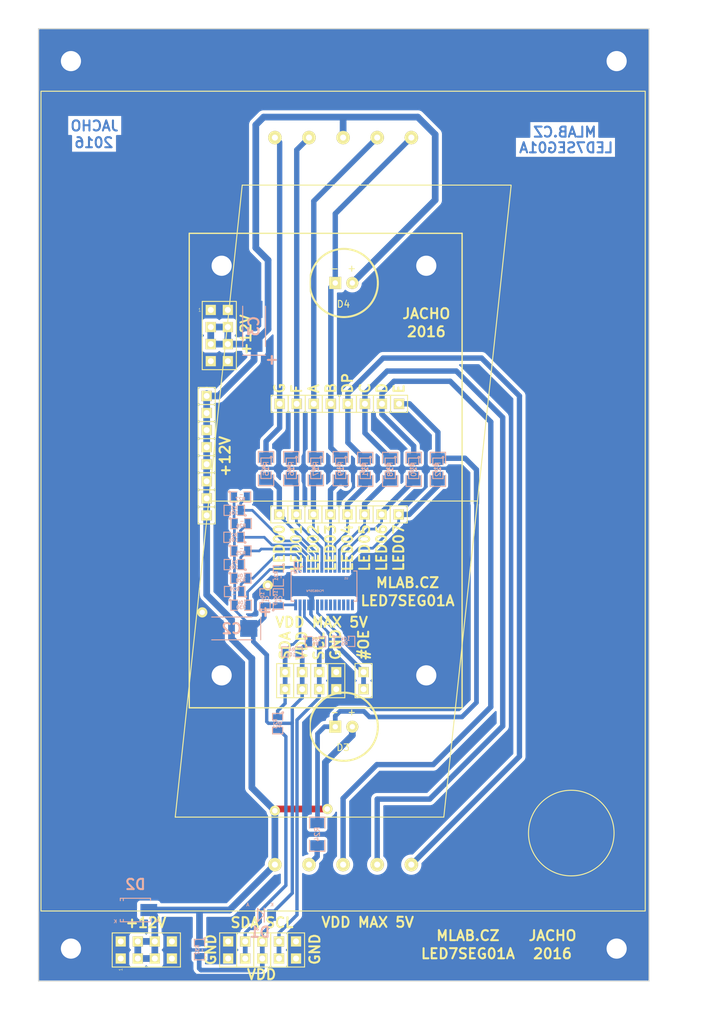
<source format=kicad_pcb>
(kicad_pcb (version 20221018) (generator pcbnew)
  (layers (0 "F.Cu" signal) (31 "B.Cu" signal) (34 "B.Paste" user) (35 "F.Paste" user) (36 "B.SilkS" user "B.Silkscreen") (37 "F.SilkS" user "F.Silkscreen") (38 "B.Mask" user) (39 "F.Mask" user) (44 "Edge.Cuts" user))
  (net 0 "")
  (net 1 "+12V")
  (net 2 "/G")
  (net 3 "/F")
  (net 4 "/B")
  (net 5 "/A")
  (net 6 "/E")
  (net 7 "/DP")
  (net 8 "/C")
  (net 9 "/D")
  (net 10 "VDD")
  (net 11 "GND")
  (net 12 "/SDA")
  (net 13 "/SCL")
  (net 14 "/#OE")
  (net 15 "/LED00")
  (net 16 "/LED01")
  (net 17 "/LED02")
  (net 18 "/LED03")
  (net 19 "/LED04")
  (net 20 "/LED05")
  (net 21 "/LED06")
  (net 22 "/LED07")
  (net 23 "/A2")
  (net 24 "/A3")
  (net 25 "/A4")
  (net 26 "Net-(J29-Pad1)")
  (net 27 "Net-(AFF1-Pad2)")
  (net 28 "/A1")
  (net 29 "/A0")
  (footprint "Mlab_Pin_Headers:Straight_2x04" (layer "F.Cu") (at 16.3068 -4.8768 90)
    (fp_text reference "J1" hide)
    (fp_text value "JUMP_4X2" hide)
  )
  (footprint "Mlab_Pin_Headers:Straight_2x01" (layer "F.Cu") (at 33.5788 -4.8768 90)
    (fp_text reference "J5" hide)
    (fp_text value "JUMP_2x1" hide)
  )
  (footprint "Mlab_Pin_Headers:Straight_2x01" (layer "F.Cu") (at 36.9824 -44.958 90)
    (fp_text reference "J6" hide)
    (fp_text value "JUMP_2x1" hide)
  )
  (footprint "Mlab_Pin_Headers:Straight_2x01" (layer "F.Cu") (at 36.068 -4.8768 90)
    (fp_text reference "J7" hide)
    (fp_text value "JUMP_2x1" hide)
  )
  (footprint "Mlab_Pin_Headers:Straight_2x01" (layer "F.Cu") (at 38.608 -4.8768 90)
    (fp_text reference "J8" hide)
    (fp_text value "JUMP_2x1" hide)
  )
  (footprint "Mlab_Pin_Headers:Straight_2x01" (layer "F.Cu") (at 28.4988 -4.8768 90)
    (fp_text reference "J9" hide)
    (fp_text value "JUMP_2x1" hide)
  )
  (footprint "Mlab_Mechanical:MountingHole_3mm" (layer "F.Cu") (at 5.08 -137.16)
    (fp_text reference "M1" hide)
    (fp_text value "HOLE" hide)
  )
  (footprint "Mlab_Mechanical:MountingHole_3mm" (layer "F.Cu") (at 27.5268 -106.704)
    (fp_text reference "M3" hide)
    (fp_text value "HOLE" hide)
  )
  (footprint "Mlab_Mechanical:MountingHole_3mm" (layer "F.Cu") (at 86.36 -5.08)
    (fp_text reference "M5" hide)
    (fp_text value "HOLE" hide)
  )
  (footprint "Mlab_Mechanical:MountingHole_3mm" (layer "F.Cu") (at 27.5268 -45.744)
    (fp_text reference "M6" hide)
    (fp_text value "HOLE" hide)
  )
  (footprint "Mlab_Mechanical:MountingHole_3mm" (layer "F.Cu") (at 58.0068 -106.704 90)
    (fp_text reference "M7" hide)
    (fp_text value "HOLE" hide)
  )
  (footprint "Mlab_Mechanical:MountingHole_3mm" (layer "F.Cu") (at 86.36 -137.16)
    (fp_text reference "M8" hide)
    (fp_text value "HOLE" hide)
  )
  (footprint "Mlab_Mechanical:MountingHole_3mm" (layer "F.Cu") (at 58.0068 -45.744)
    (fp_text reference "M9" hide)
    (fp_text value "HOLE" hide)
  )
  (footprint "Mlab_Mechanical:MountingHole_3mm" (layer "F.Cu") (at 5.08 -5.08)
    (fp_text reference "M10" hide)
    (fp_text value "HOLE" hide)
  )
  (footprint "Mlab_Pin_Headers:Straight_1x01" (layer "F.Cu") (at 36.1188 -69.6976)
    (fp_text reference "J11" hide)
    (fp_text value "CONN1_1" hide)
  )
  (footprint "Mlab_Pin_Headers:Straight_1x01" (layer "F.Cu") (at 38.6588 -69.6976)
    (fp_text reference "J12" hide)
    (fp_text value "CONN1_1" hide)
  )
  (footprint "Mlab_Pin_Headers:Straight_1x01" (layer "F.Cu") (at 41.1988 -69.6976)
    (fp_text reference "J13" hide)
    (fp_text value "CONN1_1" hide)
  )
  (footprint "Mlab_Pin_Headers:Straight_1x01" (layer "F.Cu") (at 43.7388 -69.6976)
    (fp_text reference "J14" hide)
    (fp_text value "CONN1_1" hide)
  )
  (footprint "Mlab_Pin_Headers:Straight_1x01" (layer "F.Cu") (at 46.2788 -69.6976)
    (fp_text reference "J15" hide)
    (fp_text value "CONN1_1" hide)
  )
  (footprint "Mlab_Pin_Headers:Straight_1x01" (layer "F.Cu") (at 48.8188 -69.6976)
    (fp_text reference "J16" hide)
    (fp_text value "CONN1_1" hide)
  )
  (footprint "Mlab_Pin_Headers:Straight_1x01" (layer "F.Cu") (at 51.3588 -69.6976)
    (fp_text reference "J17" hide)
    (fp_text value "CONN1_1" hide)
  )
  (footprint "Mlab_Pin_Headers:Straight_1x01" (layer "F.Cu") (at 53.8988 -69.6976)
    (fp_text reference "J18" hide)
    (fp_text value "CONN1_1" hide)
  )
  (footprint "Mlab_Pin_Headers:Straight_1x01" (layer "F.Cu") (at 36.1696 -86.1568)
    (fp_text reference "J19" hide)
    (fp_text value "CONN1_1" hide)
  )
  (footprint "Mlab_Pin_Headers:Straight_1x01" (layer "F.Cu") (at 38.7096 -86.1568)
    (fp_text reference "J20" hide)
    (fp_text value "CONN1_1" hide)
  )
  (footprint "Mlab_Pin_Headers:Straight_1x01" (layer "F.Cu") (at 41.2496 -86.1568)
    (fp_text reference "J21" hide)
    (fp_text value "CONN1_1" hide)
  )
  (footprint "Mlab_Pin_Headers:Straight_1x01" (layer "F.Cu") (at 48.8696 -86.1568)
    (fp_text reference "J22" hide)
    (fp_text value "CONN1_1" hide)
  )
  (footprint "Mlab_Pin_Headers:Straight_1x01" (layer "F.Cu") (at 43.7896 -86.1568)
    (fp_text reference "J23" hide)
    (fp_text value "CONN1_1" hide)
  )
  (footprint "Mlab_Pin_Headers:Straight_1x01" (layer "F.Cu") (at 51.4096 -86.1568)
    (fp_text reference "J24" hide)
    (fp_text value "CONN1_1" hide)
  )
  (footprint "Mlab_Pin_Headers:Straight_1x01" (layer "F.Cu") (at 46.3296 -86.1568)
    (fp_text reference "J25" hide)
    (fp_text value "CONN1_1" hide)
  )
  (footprint "Mlab_Pin_Headers:Straight_1x01" (layer "F.Cu") (at 53.9496 -86.1568)
    (fp_text reference "J26" hide)
    (fp_text value "CONN1_1" hide)
  )
  (footprint "Mlab_Pin_Headers:Straight_2x04" (layer "F.Cu") (at 27.178 -96.3168)
    (fp_text reference "J27" hide)
    (fp_text value "JUMP_4X2" hide)
  )
  (footprint "Mlab_Pin_Headers:Straight_2x01" (layer "F.Cu") (at 39.5224 -44.958 90)
    (fp_text reference "J28" hide)
    (fp_text value "JUMP_2x1" hide)
  )
  (footprint "Mlab_Pin_Headers:Straight_2x01" (layer "F.Cu") (at 31.0388 -4.8768 90)
    (fp_text reference "J29" hide)
    (fp_text value "JUMP_2x1" hide)
  )
  (footprint "Mlab_Pin_Headers:Straight_2x01" (layer "F.Cu") (at 42.0624 -44.958 90)
    (fp_text reference "J30" hide)
    (fp_text value "JUMP_2x1" hide)
  )
  (footprint "Mlab_Pin_Headers:Straight_2x01" (layer "F.Cu") (at 44.6024 -44.958 90)
    (fp_text reference "J31" hide)
    (fp_text value "JUMP_2x1" hide)
  )
  (footprint "Mlab_Pin_Headers:Straight_2x01" (layer "F.Cu") (at 48.6664 -44.958 90)
    (fp_text reference "J36" hide)
    (fp_text value "JUMP_2x1" hide)
  )
  (footprint "Mlab_Pin_Headers:Straight_1x01" (layer "F.Cu") (at 25.2984 -87.3252)
    (fp_text reference "J37" hide)
    (fp_text value "CONN1_1" hide)
  )
  (footprint "Mlab_Pin_Headers:Straight_1x01" (layer "F.Cu") (at 25.2984 -79.7052)
    (fp_text reference "J38" hide)
    (fp_text value "CONN1_1" hide)
  )
  (footprint "Mlab_Pin_Headers:Straight_1x01" (layer "F.Cu") (at 25.2984 -84.7852)
    (fp_text reference "J39" hide)
    (fp_text value "CONN1_1" hide)
  )
  (footprint "Mlab_Pin_Headers:Straight_1x01" (layer "F.Cu") (at 25.2984 -82.2452)
    (fp_text reference "J40" hide)
    (fp_text value "CONN1_1" hide)
  )
  (footprint "Mlab_Pin_Headers:Straight_1x01" (layer "F.Cu") (at 25.2984 -74.6252)
    (fp_text reference "J41" hide)
    (fp_text value "CONN1_1" hide)
  )
  (footprint "Mlab_Pin_Headers:Straight_1x01" (layer "F.Cu") (at 25.2984 -77.1652)
    (fp_text reference "J42" hide)
    (fp_text value "CONN1_1" hide)
  )
  (footprint "Mlab_Pin_Headers:Straight_1x01" (layer "F.Cu") (at 25.2984 -72.0852)
    (fp_text reference "J43" hide)
    (fp_text value "CONN1_1" hide)
  )
  (footprint "Mlab_Pin_Headers:Straight_1x01" (layer "F.Cu") (at 25.2984 -69.5452)
    (fp_text reference "J44" hide)
    (fp_text value "CONN1_1" hide)
  )
  (footprint "Mlab_D:LED-10MM" (layer "F.Cu") (at 44.45 -38.1)
    (fp_text reference "D3")
    (fp_text value "L-813ID")
  )
  (footprint "Mlab_D:LED-10MM" (layer "F.Cu") (at 44.45 -104.14)
    (fp_text reference "D4")
    (fp_text value "L-813ID")
  )
  (footprint "Mlab_DISPLAY:FYS-40011DS-11" (layer "F.Cu") (at 45.6184 -71.6768)
    (fp_text reference "AFF1" hide)
    (fp_text value "FYS-40011DS-11")
  )
  (footprint "Mlab_Mechanical:0" (layer "F.Cu") (at 43.2816 -25.8572)
    (fp_text reference "REF**" hide)
    (fp_text value "0" hide)
  )
  (footprint "Mlab_Mechanical:0" (layer "F.Cu") (at 35.4584 -25.6032)
    (fp_text reference "REF**" hide)
    (fp_text value "0" hide)
  )
  (footprint "Mlab_Mechanical:0" (layer "F.Cu") (at 24.638 -55.118)
    (fp_text reference "J2" hide)
    (fp_text value "CONN1_1" hide)
  )
  (footprint "Mlab_Mechanical:0" (layer "F.Cu") (at 34.3916 -59.1312)
    (fp_text reference "J3" hide)
    (fp_text value "CONN1_1" hide)
  )
  (footprint "Mlab_R:SMD-0805" (layer "B.Cu") (at 33.9852 -57.0992 90)
    (fp_text reference "C1")
    (fp_text value "10uF")
  )
  (footprint "Mlab_C:TantalC_SizeC_Reflow" (layer "B.Cu") (at 29.04236 -52.7304 180)
    (fp_text reference "C2")
    (fp_text value "47uF" hide)
  )
  (footprint "Mlab_C:TantalC_SizeC_Reflow" (layer "B.Cu") (at 32.3596 -97.6884 90)
    (fp_text reference "C3")
    (fp_text value "47uF" hide)
  )
  (footprint "Mlab_R:SMD-0805" (layer "B.Cu") (at 35.9664 -57.0992 90)
    (fp_text reference "C4")
    (fp_text value "100nF")
  )
  (footprint "Mlab_D:MiniMELF_Standard" (layer "B.Cu") (at 33.2232 -10.0584)
    (fp_text reference "D1")
    (fp_text value "BZV55C-5,6V" hide)
  )
  (footprint "Mlab_D:Diode-SMA_Standard" (layer "B.Cu") (at 14.6812 -10.8204 180)
    (fp_text reference "D2")
    (fp_text value "M4" hide)
  )
  (footprint "Mlab_R:SMD-0805" (layer "B.Cu") (at 29.4259 -62.23 180)
    (fp_text reference "R1")
    (fp_text value "10k")
  )
  (footprint "Mlab_R:SMD-0805" (layer "B.Cu") (at 29.3751 -66.294 180)
    (fp_text reference "R2")
    (fp_text value "10k")
  )
  (footprint "Mlab_R:SMD-0805" (layer "B.Cu") (at 29.4132 -70.3072 180)
    (fp_text reference "R3")
    (fp_text value "10k")
  )
  (footprint "Mlab_R:SMD-0805" (layer "B.Cu") (at 37.9984 -49.2252 180)
    (fp_text reference "R4")
    (fp_text value "10k")
  )
  (footprint "Mlab_R:SMD-0805" (layer "B.Cu") (at 45.8343 -50.8)
    (fp_text reference "R5")
    (fp_text value "10k")
  )
  (footprint "Mlab_R:SMD-0805" (layer "B.Cu") (at 41.5036 -50.7492)
    (fp_text reference "R6")
    (fp_text value "10k")
  )
  (footprint "Mlab_R:SMD-0805" (layer "B.Cu") (at 34.1376 -76.5683 -90)
    (fp_text reference "R7")
    (fp_text value "-")
  )
  (footprint "Mlab_R:SMD-0805" (layer "B.Cu") (at 37.8968 -76.5556 -90)
    (fp_text reference "R8")
    (fp_text value "-")
  )
  (footprint "Mlab_R:SMD-0805" (layer "B.Cu") (at 41.5544 -76.5556 -90)
    (fp_text reference "R9")
    (fp_text value "-")
  )
  (footprint "Mlab_R:SMD-0805" (layer "B.Cu") (at 52.6288 -76.5556 -90)
    (fp_text reference "R10")
    (fp_text value "-")
  )
  (footprint "Mlab_R:SMD-0805" (layer "B.Cu") (at 45.2628 -76.5556 -90)
    (fp_text reference "R11")
    (fp_text value "-")
  )
  (footprint "Mlab_R:SMD-0805" (layer "B.Cu") (at 56.134 -76.5556 -90)
    (fp_text reference "R12")
    (fp_text value "-")
  )
  (footprint "Mlab_R:SMD-0805" (layer "B.Cu") (at 48.9204 -76.5556 -90)
    (fp_text reference "R13")
    (fp_text value "-")
  )
  (footprint "Mlab_R:SMD-0805" (layer "B.Cu") (at 59.7408 -76.5556 -90)
    (fp_text reference "R14")
    (fp_text value "-")
  )
  (footprint "Mlab_IO:TSSOP28" (layer "B.Cu") (at 42.7736 -59.0296)
    (fp_text reference "U1")
    (fp_text value "PCA9635PW")
  )
  (footprint "Mlab_R:SMD-0805" (layer "B.Cu") (at 35.8648 -38.5572 -90)
    (fp_text reference "R23")
    (fp_text value "0R")
  )
  (footprint "Mlab_R:SMD-0805" (layer "B.Cu") (at 30.3784 -64.262)
    (fp_text reference "R25")
    (fp_text value "-")
  )
  (footprint "Mlab_R:SMD-0805" (layer "B.Cu") (at 30.4292 -68.326)
    (fp_text reference "R26")
    (fp_text value "-")
  )
  (footprint "Mlab_R:SMD-0805" (layer "B.Cu") (at 30.3276 -72.2884)
    (fp_text reference "R27")
    (fp_text value "-")
  )
  (footprint "Mlab_R:SMD-0805" (layer "B.Cu") (at 30.3784 -60.198)
    (fp_text reference "R28")
    (fp_text value "10k")
  )
  (footprint "Mlab_R:SMD-0805" (layer "B.Cu") (at 29.464 -58.2168 180)
    (fp_text reference "R29")
    (fp_text value "-")
  )
  (footprint "Mlab_R:SMD-0805" (layer "B.Cu") (at 30.4292 -56.1848)
    (fp_text reference "R30")
    (fp_text value "10k")
  )
  (footprint "Mlab_R:SMD-0805" (layer "B.Cu") (at 35.9664 -60.5536 -90)
    (fp_text reference "R31")
    (fp_text value "-")
  )
  (footprint "Mlab_R:SMD-0805" (layer "B.Cu") (at 24.2316 -4.9276 -90)
    (fp_text reference "R32")
    (fp_text value "-")
  )
  (footprint "Mlab_R:SMD-1206" (layer "B.Cu") (at 34.1376 -76.5048 -90)
    (fp_text reference "R15")
    (fp_text value "150R" hide)
  )
  (footprint "Mlab_R:SMD-1206" (layer "B.Cu") (at 37.8968 -76.5048 -90)
    (fp_text reference "R16")
    (fp_text value "150R" hide)
  )
  (footprint "Mlab_R:SMD-1206" (layer "B.Cu") (at 41.5544 -76.5048 -90)
    (fp_text reference "R17")
    (fp_text value "150R" hide)
  )
  (footprint "Mlab_R:SMD-1206" (layer "B.Cu") (at 52.6288 -76.4032 -90)
    (fp_text reference "R18")
    (fp_text value "150R" hide)
  )
  (footprint "Mlab_R:SMD-1206" (layer "B.Cu") (at 45.2628 -76.5048 -90)
    (fp_text reference "R19")
    (fp_text value "150R" hide)
  )
  (footprint "Mlab_R:SMD-1206" (layer "B.Cu") (at 56.134 -76.4032 -90)
    (fp_text reference "R20")
    (fp_text value "150R" hide)
  )
  (footprint "Mlab_R:SMD-1206" (layer "B.Cu") (at 48.9204 -76.4032 -90)
    (fp_text reference "R21")
    (fp_text value "300R" hide)
  )
  (footprint "Mlab_R:SMD-1206" (layer "B.Cu") (at 59.7408 -76.4032 -90)
    (fp_text reference "R22")
    (fp_text value "150R" hide)
  )
  (footprint "Mlab_R:SMD-1206" (layer "B.Cu") (at 41.7576 -22.098 90)
    (fp_text reference "R24")
    (fp_text value "0R" hide)
  )
  (gr_line (start 63.3408 -111.53) (end 63.3408 -40.918) (stroke (width 0.2)) (layer "F.SilkS"))
  (gr_line (start 22.7008 -40.918) (end 22.7008 -111.53) (stroke (width 0.2)) (layer "F.SilkS"))
  (gr_line (start 22.7008 -111.53) (end 63.3408 -111.53) (stroke (width 0.2)) (layer "F.SilkS"))
  (gr_line (start 63.3408 -40.918) (end 22.7008 -40.918) (stroke (width 0.2)) (layer "F.SilkS"))
  (gr_line (start 0.254 -0.254) (end 0.254 -141.986) (stroke (width 0.15)) (layer "Edge.Cuts"))
  (gr_line (start 91.186 -0.254) (end 0.254 -0.254) (stroke (width 0.15)) (layer "Edge.Cuts"))
  (gr_line (start 0.254 -141.986) (end 91.186 -141.986) (stroke (width 0.15)) (layer "Edge.Cuts"))
  (gr_line (start 91.186 -141.986) (end 91.186 -0.254) (stroke (width 0.15)) (layer "Edge.Cuts"))
  (gr_text "2016" (at 8.4836 -125.0188) (layer "B.Cu") (effects (font (size 1.5 1.5) (thickness 0.3)) (justify mirror)))
  (gr_text "JACHO" (at 8.5852 -127.508) (layer "B.Cu") (effects (font (size 1.5 1.5) (thickness 0.3)) (justify mirror)))
  (gr_text "LED7SEG01A" (at 78.8416 -124.2568) (layer "B.Cu") (effects (font (size 1.5 1.5) (thickness 0.3)) (justify mirror)))
  (gr_text "MLAB.CZ" (at 78.6384 -126.5936) (layer "B.Cu") (effects (font (size 1.5 1.5) (thickness 0.3)) (justify mirror)))
  (gr_text "2016" (at 58.0136 -96.8756) (layer "F.SilkS") (effects (font (size 1.5 1.5) (thickness 0.3))))
  (gr_text "JACHO" (at 58.0136 -99.568) (layer "F.SilkS") (effects (font (size 1.5 1.5) (thickness 0.3))))
  (gr_text "LED7SEG01A" (at 55.2196 -56.8452) (layer "F.SilkS") (effects (font (size 1.5 1.5) (thickness 0.3))))
  (gr_text "MLAB.CZ" (at 55.2196 -59.5376) (layer "F.SilkS") (effects (font (size 1.5 1.5) (thickness 0.3))))
  (gr_text "VDD" (at 33.4772 -1.2192) (layer "F.SilkS") (effects (font (size 1.5 1.5) (thickness 0.3))))
  (gr_text "SDA" (at 30.988 -8.9408) (layer "F.SilkS") (effects (font (size 1.5 1.5) (thickness 0.3))))
  (gr_text "LED00" (at 36.1188 -68.3768 90) (layer "F.SilkS") (effects (font (size 1.5 1.5) (thickness 0.3)) (justify right)))
  (gr_text "GND" (at 44.5008 -47.8536 90) (layer "F.SilkS") (effects (font (size 1.5 1.5) (thickness 0.3)) (justify left)))
  (gr_text "D" (at 51.4096 -87.5284 90) (layer "F.SilkS") (effects (font (size 1.5 1.5) (thickness 0.3)) (justify left)))
  (gr_text "B" (at 43.7896 -87.5284 90) (layer "F.SilkS") (effects (font (size 1.5 1.5) (thickness 0.3)) (justify left)))
  (gr_text "LED03" (at 43.7388 -68.3768 90) (layer "F.SilkS") (effects (font (size 1.5 1.5) (thickness 0.3)) (justify right)))
  (gr_text "SCL" (at 36.1188 -8.9408) (layer "F.SilkS") (effects (font (size 1.5 1.5) (thickness 0.3))))
  (gr_text "+12V" (at 28.0416 -78.3336 90) (layer "F.SilkS") (effects (font (size 1.5 1.5) (thickness 0.3))))
  (gr_text "MLAB.CZ" (at 64.2112 -7.0104) (layer "F.SilkS") (effects (font (size 1.5 1.5) (thickness 0.3))))
  (gr_text "A" (at 41.2496 -87.5792 90) (layer "F.SilkS") (effects (font (size 1.5 1.5) (thickness 0.3)) (justify left)))
  (gr_text "SDA" (at 36.9824 -47.8536 90) (layer "F.SilkS") (effects (font (size 1.5 1.5) (thickness 0.3)) (justify left)))
  (gr_text "2016" (at 76.8096 -4.318) (layer "F.SilkS") (effects (font (size 1.5 1.5) (thickness 0.3))))
  (gr_text "#OE" (at 48.6664 -47.9044 90) (layer "F.SilkS") (effects (font (size 1.5 1.5) (thickness 0.3)) (justify left)))
  (gr_text "JACHO" (at 76.8096 -7.0104) (layer "F.SilkS") (effects (font (size 1.5 1.5) (thickness 0.3))))
  (gr_text "LED01" (at 38.6588 -68.3768 90) (layer "F.SilkS") (effects (font (size 1.5 1.5) (thickness 0.3)) (justify right)))
  (gr_text "E" (at 53.9496 -87.5284 90) (layer "F.SilkS") (effects (font (size 1.5 1.5) (thickness 0.3)) (justify left)))
  (gr_text "F" (at 38.7096 -87.5284 90) (layer "F.SilkS") (effects (font (size 1.5 1.5) (thickness 0.3)) (justify left)))
  (gr_text "DP" (at 46.2788 -87.5284 90) (layer "F.SilkS") (effects (font (size 1.5 1.5) (thickness 0.3)) (justify left)))
  (gr_text "VDD MAX 5V" (at 49.276 -8.9916) (layer "F.SilkS") (effects (font (size 1.5 1.5) (thickness 0.3))))
  (gr_text "LED05" (at 48.8188 -68.3768 90) (layer "F.SilkS") (effects (font (size 1.5 1.5) (thickness 0.3)) (justify right)))
  (gr_text "LED07" (at 53.8988 -68.3768 90) (layer "F.SilkS") (effects (font (size 1.5 1.5) (thickness 0.3)) (justify right)))
  (gr_text "G" (at 36.1696 -87.5284 90) (layer "F.SilkS") (effects (font (size 1.5 1.5) (thickness 0.3)) (justify left)))
  (gr_text "GND" (at 41.402 -4.9784 90) (layer "F.SilkS") (effects (font (size 1.5 1.5) (thickness 0.3))))
  (gr_text "LED02" (at 41.1988 -68.3768 90) (layer "F.SilkS") (effects (font (size 1.5 1.5) (thickness 0.3)) (justify right)))
  (gr_text "VDD" (at 39.4716 -47.8536 90) (layer "F.SilkS") (effects (font (size 1.5 1.5) (thickness 0.3)) (justify left)))
  (gr_text "LED7SEG01A" (at 64.2112 -4.318) (layer "F.SilkS") (effects (font (size 1.5 1.5) (thickness 0.3))))
  (gr_text "SCL" (at 42.0116 -47.8028 90) (layer "F.SilkS") (effects (font (size 1.5 1.5) (thickness 0.3)) (justify left)))
  (gr_text "LED06" (at 51.3588 -68.3768 90) (layer "F.SilkS") (effects (font (size 1.5 1.5) (thickness 0.3)) (justify right)))
  (gr_text "GND" (at 25.908 -4.9276 90) (layer "F.SilkS") (effects (font (size 1.5 1.5) (thickness 0.3))))
  (gr_text "C" (at 48.8696 -87.5284 90) (layer "F.SilkS") (effects (font (size 1.5 1.5) (thickness 0.3)) (justify left)))
  (gr_text "VDD MAX 5V" (at 42.418 -53.6448) (layer "F.SilkS") (effects (font (size 1.5 1.5) (thickness 0.3))))
  (gr_text "LED04" (at 46.2788 -68.3768 90) (layer "F.SilkS") (effects (font (size 1.5 1.5) (thickness 0.3)) (justify right)))
  (gr_text "+12V" (at 31.1404 -96.4184 90) (layer "F.SilkS") (effects (font (size 1.5 1.5) (thickness 0.3))))
  (gr_text "+12V" (at 16.256 -8.9408) (layer "F.SilkS") (effects (font (size 1.5 1.5) (thickness 0.3))))
  (segment (start 35.7124 -25.8572) (end 35.4584 -25.6032) (width 1) (layer "F.Cu") (net 1))
  (segment (start 43.2308 -25.8572) (end 35.7124 -25.8572) (width 1) (layer "F.Cu") (net 1))
  (via (at 43.2308 -25.8572) (size 1.4) (drill 0.8) (layers "F.Cu" "B.Cu") (net 1))
  (via (at 35.4584 -25.6032) (size 1.4) (drill 0.8) (layers "F.Cu" "B.Cu") (net 1))
  (segment (start 46.99 -38.1) (end 46.99 -36.827208) (width 1) (layer "B.Cu") (net 1))
  (segment (start 33.782 -128.8288) (end 56.7436 -128.8288) (width 1) (layer "B.Cu") (net 1))
  (segment (start 28.702 -10.8204) (end 35.4584 -17.5768) (width 1) (layer "B.Cu") (net 1))
  (segment (start 25.2984 -77.1652) (end 25.2984 -79.7052) (width 1) (layer "B.Cu") (net 1))
  (segment (start 45.5168 -125.7296) (end 45.5168 -128.778) (width 0.7) (layer "B.Cu") (net 1))
  (segment (start 59.3344 -126.238) (end 59.3344 -116.4844) (width 1) (layer "B.Cu") (net 1))
  (segment (start 45.6184 -128.6764) (end 45.6184 -125.7768) (width 1) (layer "B.Cu") (net 1))
  (segment (start 27.0604 -87.3252) (end 32.3596 -92.6244) (width 1) (layer "B.Cu") (net 1))
  (segment (start 31.9508 -48.2624) (end 32.026801 -48.2624) (width 1) (layer "B.Cu") (net 1))
  (segment (start 25.2984 -69.5452) (end 25.2984 -57.734362) (width 1) (layer "B.Cu") (net 1))
  (segment (start 25.2984 -82.2452) (end 25.2984 -84.7852) (width 1) (layer "B.Cu") (net 1))
  (segment (start 32.3596 -92.6244) (end 32.3596 -92.88856) (width 1) (layer "B.Cu") (net 1))
  (segment (start 45.5168 -128.778) (end 45.6184 -128.6764) (width 1) (layer "B.Cu") (net 1))
  (segment (start 32.3596 -95.18904) (end 34.4424 -97.27184) (width 1) (layer "B.Cu") (net 1))
  (segment (start 25.908 -97.5868) (end 28.448 -97.5868) (width 1) (layer "B.Cu") (net 1))
  (segment (start 32.6136 -109.3724) (end 32.6136 -127.6604) (width 1) (layer "B.Cu") (net 1))
  (segment (start 42.9768 -32.814008) (end 42.9768 -26.1112) (width 1) (layer "B.Cu") (net 1))
  (segment (start 24.2316 -10.8204) (end 28.702 -10.8204) (width 1) (layer "B.Cu") (net 1))
  (segment (start 32.3596 -92.88856) (end 32.3596 -95.16364) (width 1) (layer "B.Cu") (net 1))
  (segment (start 15.0368 -3.6068) (end 15.0368 -6.1468) (width 1) (layer "B.Cu") (net 1))
  (segment (start 15.0368 -6.1468) (end 17.5768 -6.1468) (width 1) (layer "B.Cu") (net 1))
  (segment (start 34.4424 -107.5436) (end 32.6136 -109.3724) (width 1) (layer "B.Cu") (net 1))
  (segment (start 25.908 -97.5868) (end 25.908 -95.0468) (width 1) (layer "B.Cu") (net 1))
  (segment (start 56.7436 -128.8288) (end 59.3344 -126.238) (width 1) (layer "B.Cu") (net 1))
  (segment (start 35.4584 -25.6032) (end 35.1536 -25.908) (width 1) (layer "B.Cu") (net 1))
  (segment (start 32.6136 -127.6604) (end 33.782 -128.8288) (width 1) (layer "B.Cu") (net 1))
  (segment (start 28.999953 -51.213247) (end 31.9508 -48.2624) (width 1) (layer "B.Cu") (net 1))
  (segment (start 28.448 -95.0468) (end 25.908 -95.0468) (width 0.7) (layer "B.Cu") (net 1))
  (segment (start 25.908 -95.0468) (end 32.24276 -95.0468) (width 1) (layer "B.Cu") (net 1))
  (segment (start 32.026801 -48.2624) (end 32.026801 -29.034799) (width 1) (layer "B.Cu") (net 1))
  (segment (start 25.2984 -84.7852) (end 25.2984 -87.3252) (width 1) (layer "B.Cu") (net 1))
  (segment (start 33.782 -128.8288) (end 45.466 -128.8288) (width 0.7) (layer "B.Cu") (net 1))
  (segment (start 32.3596 -95.16364) (end 32.3596 -95.18904) (width 1) (layer "B.Cu") (net 1))
  (segment (start 46.99 -104.14) (end 59.3344 -116.4844) (width 1) (layer "B.Cu") (net 1))
  (segment (start 25.2984 -57.734362) (end 28.999953 -54.032809) (width 1) (layer "B.Cu") (net 1))
  (segment (start 25.2984 -79.7052) (end 25.2984 -82.2452) (width 1) (layer "B.Cu") (net 1))
  (segment (start 25.2984 -72.0852) (end 25.2984 -74.6252) (width 1) (layer "B.Cu") (net 1))
  (segment (start 17.5768 -9.92378) (end 16.68018 -10.8204) (width 1) (layer "B.Cu") (net 1))
  (segment (start 24.2316 -5.8801) (end 24.2316 -10.8204) (width 1) (layer "B.Cu") (net 1))
  (segment (start 34.4424 -97.27184) (end 34.4424 -107.5436) (width 1) (layer "B.Cu") (net 1))
  (segment (start 28.448 -95.0468) (end 32.24276 -95.0468) (width 0.7) (layer "B.Cu") (net 1))
  (segment (start 17.5768 -6.1468) (end 17.5768 -9.92378) (width 1) (layer "B.Cu") (net 1))
  (segment (start 25.2984 -87.3252) (end 27.0604 -87.3252) (width 1) (layer "B.Cu") (net 1))
  (segment (start 42.9768 -26.1112) (end 43.2308 -25.8572) (width 1) (layer "B.Cu") (net 1))
  (segment (start 16.68018 -10.8204) (end 24.2316 -10.8204) (width 1) (layer "B.Cu") (net 1))
  (segment (start 32.026801 -29.034799) (end 35.1536 -25.908) (width 1) (layer "B.Cu") (net 1))
  (segment (start 32.24276 -95.0468) (end 32.3596 -95.16364) (width 1) (layer "B.Cu") (net 1))
  (segment (start 28.999953 -54.032809) (end 28.999953 -51.213247) (width 1) (layer "B.Cu") (net 1))
  (segment (start 17.5768 -3.6068) (end 17.5768 -6.1468) (width 1) (layer "B.Cu") (net 1))
  (segment (start 25.2984 -69.5452) (end 25.2984 -72.0852) (width 1) (layer "B.Cu") (net 1))
  (segment (start 45.5168 -128.778) (end 45.466 -128.8288) (width 0.7) (layer "B.Cu") (net 1))
  (segment (start 28.448 -97.5868) (end 28.448 -95.0468) (width 1) (layer "B.Cu") (net 1))
  (segment (start 25.2984 -74.6252) (end 25.2984 -77.1652) (width 1) (layer "B.Cu") (net 1))
  (segment (start 25.2984 -84.7852) (end 25.2984 -87.8332) (width 0.7) (layer "B.Cu") (net 1))
  (segment (start 45.466 -128.8288) (end 56.7436 -128.8288) (width 0.7) (layer "B.Cu") (net 1))
  (segment (start 35.4584 -17.5768) (end 35.4584 -25.6032) (width 1) (layer "B.Cu") (net 1))
  (segment (start 17.5768 -3.6068) (end 15.0368 -3.6068) (width 1) (layer "B.Cu") (net 1))
  (segment (start 46.99 -36.827208) (end 42.9768 -32.814008) (width 1) (layer "B.Cu") (net 1))
  (segment (start 36.1696 -125.0656) (end 35.4584 -125.7768) (width 0.8) (layer "B.Cu") (net 2))
  (segment (start 36.1696 -82.6008) (end 34.1376 -80.5688) (width 0.8) (layer "B.Cu") (net 2))
  (segment (start 34.1376 -80.5688) (end 34.1376 -78.1558) (width 0.8) (layer "B.Cu") (net 2))
  (segment (start 36.1696 -86.1568) (end 36.1696 -82.6008) (width 0.8) (layer "B.Cu") (net 2))
  (segment (start 36.1696 -86.1568) (end 36.1696 -125.0656) (width 0.8) (layer "B.Cu") (net 2))
  (segment (start 36.1696 -86.1568) (end 36.1696 -85.6234) (width 0.8) (layer "B.Cu") (net 2))
  (segment (start 38.7096 -86.1568) (end 38.7096 -78.9686) (width 0.8) (layer "B.Cu") (net 3))
  (segment (start 38.7096 -86.1568) (end 38.7096 -123.948) (width 0.8) (layer "B.Cu") (net 3))
  (segment (start 38.7096 -78.9686) (end 37.8968 -78.1558) (width 0.8) (layer "B.Cu") (net 3))
  (segment (start 38.7096 -123.948) (end 40.5384 -125.7768) (width 0.8) (layer "B.Cu") (net 3))
  (segment (start 44.45 -104.14) (end 44.45 -114.4484) (width 0.8) (layer "B.Cu") (net 4))
  (segment (start 55.7784 -125.7768) (end 45.212 -115.2104) (width 0.8) (layer "B.Cu") (net 4))
  (segment (start 43.7896 -79.629) (end 45.2628 -78.1558) (width 0.8) (layer "B.Cu") (net 4))
  (segment (start 43.7896 -86.1568) (end 43.7896 -103.4796) (width 0.8) (layer "B.Cu") (net 4))
  (segment (start 44.45 -114.4484) (end 45.212 -115.2104) (width 0.8) (layer "B.Cu") (net 4))
  (segment (start 43.7896 -86.1568) (end 43.7896 -79.629) (width 0.8) (layer "B.Cu") (net 4))
  (segment (start 43.7896 -103.4796) (end 44.45 -104.14) (width 0.8) (layer "B.Cu") (net 4))
  (segment (start 41.2496 -86.1568) (end 41.2496 -78.4606) (width 0.8) (layer "B.Cu") (net 5))
  (segment (start 41.2496 -86.1568) (end 41.2496 -116.328) (width 0.8) (layer "B.Cu") (net 5))
  (segment (start 41.2496 -116.328) (end 50.6984 -125.7768) (width 0.8) (layer "B.Cu") (net 5))
  (segment (start 41.2496 -78.4606) (end 41.5544 -78.1558) (width 0.8) (layer "B.Cu") (net 5))
  (segment (start 42.85 -38.1) (end 41.8084 -37.0584) (width 0.7) (layer "B.Cu") (net 6))
  (segment (start 44.45 -39.7) (end 45.136 -40.386) (width 0.7) (layer "B.Cu") (net 6))
  (segment (start 65.4812 -76.3524) (end 64.008 -77.8256) (width 0.8) (layer "B.Cu") (net 6))
  (segment (start 63.324401 -39.550001) (end 49.553199 -39.550001) (width 0.7) (layer "B.Cu") (net 6))
  (segment (start 59.7408 -81.9276) (end 55.5116 -86.1568) (width 0.8) (layer "B.Cu") (net 6))
  (segment (start 63.7794 -78.0542) (end 59.7408 -78.0542) (width 0.8) (layer "B.Cu") (net 6))
  (segment (start 65.4812 -71.374) (end 65.4812 -41.7068) (width 0.7) (layer "B.Cu") (net 6))
  (segment (start 44.45 -38.1) (end 44.45 -39.7) (width 0.7) (layer "B.Cu") (net 6))
  (segment (start 45.136 -40.386) (end 48.7172 -40.386) (width 0.7) (layer "B.Cu") (net 6))
  (segment (start 41.8084 -25.1094) (end 41.8084 -23.9649) (width 0.7) (layer "B.Cu") (net 6))
  (segment (start 64.008 -77.8256) (end 63.7794 -78.0542) (width 0.8) (layer "B.Cu") (net 6))
  (segment (start 65.4812 -71.374) (end 65.4812 -76.3524) (width 0.8) (layer "B.Cu") (net 6))
  (segment (start 55.5116 -86.1568) (end 53.9496 -86.1568) (width 0.8) (layer "B.Cu") (net 6))
  (segment (start 49.553199 -39.550001) (end 48.7172 -40.386) (width 0.7) (layer "B.Cu") (net 6))
  (segment (start 44.45 -38.1) (end 42.85 -38.1) (width 0.7) (layer "B.Cu") (net 6))
  (segment (start 65.4812 -41.7068) (end 63.324401 -39.550001) (width 0.7) (layer "B.Cu") (net 6))
  (segment (start 59.7408 -78.0542) (end 59.7408 -81.9276) (width 0.8) (layer "B.Cu") (net 6))
  (segment (start 41.8084 -37.0584) (end 41.8084 -25.1094) (width 0.7) (layer "B.Cu") (net 6))
  (segment (start 66.2432 -92.964) (end 51.5748 -92.964) (width 0.8) (layer "B.Cu") (net 7))
  (segment (start 46.3296 -86.1568) (end 46.3296 -80.391) (width 0.8) (layer "B.Cu") (net 7))
  (segment (start 46.3296 -87.7188) (end 46.3296 -86.1568) (width 0.8) (layer "B.Cu") (net 7))
  (segment (start 48.6664 -78.0542) (end 48.9204 -78.0542) (width 0.8) (layer "B.Cu") (net 7))
  (segment (start 55.7784 -17.5768) (end 71.882 -33.6804) (width 0.8) (layer "B.Cu") (net 7))
  (segment (start 71.882 -33.6804) (end 71.882 -87.3252) (width 0.8) (layer "B.Cu") (net 7))
  (segment (start 46.3296 -80.391) (end 48.6664 -78.0542) (width 0.8) (layer "B.Cu") (net 7))
  (segment (start 71.882 -87.3252) (end 66.2432 -92.964) (width 0.8) (layer "B.Cu") (net 7))
  (segment (start 51.5748 -92.964) (end 46.3296 -87.7188) (width 0.8) (layer "B.Cu") (net 7))
  (segment (start 52.1844 -91.0336) (end 48.8696 -87.7188) (width 0.8) (layer "B.Cu") (net 8))
  (segment (start 50.6984 -17.5768) (end 50.6984 -27.3304) (width 0.8) (layer "B.Cu") (net 8))
  (segment (start 48.8696 -81.8134) (end 52.536799 -78.146201) (width 0.8) (layer "B.Cu") (net 8))
  (segment (start 48.8696 -86.1568) (end 48.8696 -81.8134) (width 0.8) (layer "B.Cu") (net 8))
  (segment (start 69.3928 -84.1248) (end 62.484 -91.0336) (width 0.8) (layer "B.Cu") (net 8))
  (segment (start 48.8696 -87.7188) (end 48.8696 -86.1568) (width 0.8) (layer "B.Cu") (net 8))
  (segment (start 58.5216 -27.3304) (end 69.3928 -38.2016) (width 0.8) (layer "B.Cu") (net 8))
  (segment (start 52.536799 -78.146201) (end 52.6288 -78.146201) (width 0.8) (layer "B.Cu") (net 8))
  (segment (start 62.484 -91.0336) (end 52.1844 -91.0336) (width 0.8) (layer "B.Cu") (net 8))
  (segment (start 50.6984 -27.3304) (end 58.5216 -27.3304) (width 0.8) (layer "B.Cu") (net 8))
  (segment (start 69.3928 -38.2016) (end 69.3928 -84.1248) (width 0.8) (layer "B.Cu") (net 8))
  (segment (start 51.4096 -86.1568) (end 51.4096 -87.7188) (width 0.8) (layer "B.Cu") (net 9))
  (segment (start 67.6148 -83.4644) (end 67.6148 -41.043594) (width 0.8) (layer "B.Cu") (net 9))
  (segment (start 51.4096 -84.5948) (end 56.134 -79.8704) (width 0.8) (layer "B.Cu") (net 9))
  (segment (start 53.2004 -89.5096) (end 61.5696 -89.5096) (width 0.8) (layer "B.Cu") (net 9))
  (segment (start 51.4096 -87.7188) (end 53.2004 -89.5096) (width 0.8) (layer "B.Cu") (net 9))
  (segment (start 56.134 -79.8704) (end 56.134 -78.705001) (width 0.8) (layer "B.Cu") (net 9))
  (segment (start 45.6184 -27.432) (end 45.6184 -17.5768) (width 0.8) (layer "B.Cu") (net 9))
  (segment (start 59.032406 -32.4612) (end 50.6476 -32.4612) (width 0.8) (layer "B.Cu") (net 9))
  (segment (start 51.4096 -86.1568) (end 51.4096 -84.5948) (width 0.8) (layer "B.Cu") (net 9))
  (segment (start 61.5696 -89.5096) (end 67.6148 -83.4644) (width 0.8) (layer "B.Cu") (net 9))
  (segment (start 50.6476 -32.4612) (end 45.6184 -27.432) (width 0.8) (layer "B.Cu") (net 9))
  (segment (start 67.6148 -41.043594) (end 59.032406 -32.4612) (width 0.8) (layer "B.Cu") (net 9))
  (segment (start 29.4767 -60.1472) (end 29.4259 -60.198) (width 0.4) (layer "B.Cu") (net 10))
  (segment (start 32.24276 -52.7304) (end 33.8709 -54.35854) (width 0.7) (layer "B.Cu") (net 10))
  (segment (start 29.4259 -64.262) (end 29.4259 -68.2752) (width 0.4) (layer "B.Cu") (net 10))
  (segment (start 33.8709 -56.0832) (end 35.9029 -56.0832) (width 0.7) (layer "B.Cu") (net 10))
  (segment (start 24.1808 -3.6068) (end 24.1808 -2.1448) (width 0.7) (layer "B.Cu") (net 10))
  (segment (start 38.0492 -40.9528) (end 38.7524 -41.656) (width 0.5) (layer "B.Cu") (net 10))
  (segment (start 34.4932 -38.608) (end 34.8996 -38.608) (width 0.5) (layer "B.Cu") (net 10))
  (segment (start 33.5788 -6.1468) (end 33.5788 -7.112) (width 0.5) (layer "B.Cu") (net 10))
  (segment (start 38.9509 -49.2252) (end 39.0271 -49.2252) (width 0.7) (layer "B.Cu") (net 10))
  (segment (start 38.54958 -56.23052) (end 36.05022 -56.23052) (width 0.4) (layer "B.Cu") (net 10))
  (segment (start 37.9984 -38.608) (end 38.0492 -38.6588) (width 0.5) (layer "B.Cu") (net 10))
  (segment (start 39.5224 -42.426) (end 39.5224 -43.688) (width 0.5) (layer "B.Cu") (net 10))
  (segment (start 35.6108 -38.608) (end 34.8996 -38.608) (width 0.5) (layer "B.Cu") (net 10))
  (segment (start 34.2392 -40.9448) (end 34.2392 -48.78428) (width 0.7) (layer "B.Cu") (net 10))
  (segment (start 32.21736 -52.7304) (end 29.4767 -55.47106) (width 0.4) (layer "B.Cu") (net 10))
  (segment (start 33.5788 -7.31431) (end 33.5788 -7.112) (width 0.5) (layer "B.Cu") (net 10))
  (segment (start 37.7952 -38.608) (end 35.6108 -38.608) (width 0.5) (layer "B.Cu") (net 10))
  (segment (start 32.50946 -52.4637) (end 32.24276 -52.7304) (width 0.7) (layer "B.Cu") (net 10))
  (segment (start 29.3751 -72.2884) (end 29.3751 -68.4276) (width 0.4) (layer "B.Cu") (net 10))
  (segment (start 38.0492 -13.33373) (end 38.0492 -38.6588) (width 0.5) (layer "B.Cu") (net 10))
  (segment (start 32.24276 -52.7304) (end 32.21736 -52.7304) (width 0.4) (layer "B.Cu") (net 10))
  (segment (start 24.446 -1.8796) (end 33.3136 -1.8796) (width 0.7) (layer "B.Cu") (net 10))
  (segment (start 34.97326 -10.0584) (end 34.97326 -10.25779) (width 0.5) (layer "B.Cu") (net 10))
  (segment (start 39.5224 -46.228) (end 39.5224 -48.6537) (width 0.7) (layer "B.Cu") (net 10))
  (segment (start 33.3136 -1.8796) (end 33.5788 -2.1448) (width 0.7) (layer "B.Cu") (net 10))
  (segment (start 34.2392 -38.862) (end 34.4932 -38.608) (width 0.5) (layer "B.Cu") (net 10))
  (segment (start 34.2392 -48.78428) (end 32.24276 -50.78072) (width 0.7) (layer "B.Cu") (net 10))
  (segment (start 24.1808 -2.1448) (end 24.446 -1.8796) (width 0.7) (layer "B.Cu") (net 10))
  (segment (start 29.4259 -68.2752) (end 29.4767 -68.326) (width 0.4) (layer "B.Cu") (net 10))
  (segment (start 37.7952 -38.608) (end 37.9984 -38.608) (width 0.5) (layer "B.Cu") (net 10))
  (segment (start 38.0492 -38.6588) (end 38.0492 -40.9528) (width 0.5) (layer "B.Cu") (net 10))
  (segment (start 29.4767 -55.47106) (end 29.4767 -56.1848) (width 0.4) (layer "B.Cu") (net 10))
  (segment (start 33.5788 -2.1448) (end 33.5788 -3.6068) (width 0.7) (layer "B.Cu") (net 10))
  (segment (start 39.5224 -43.688) (end 39.5224 -42.3672) (width 0.5) (layer "B.Cu") (net 10))
  (segment (start 34.97326 -8.70877) (end 33.5788 -7.31431) (width 0.5) (layer "B.Cu") (net 10))
  (segment (start 38.7524 -41.656) (end 39.5224 -42.426) (width 0.5) (layer "B.Cu") (net 10))
  (segment (start 34.2392 -40.9448) (end 34.2392 -38.862) (width 0.5) (layer "B.Cu") (net 10))
  (segment (start 36.05022 -56.23052) (end 35.9664 -56.1467) (width 0.4) (layer "B.Cu") (net 10))
  (segment (start 29.4259 -60.198) (end 29.4259 -64.262) (width 0.4) (layer "B.Cu") (net 10))
  (segment (start 32.24276 -50.78072) (end 32.24276 -52.7304) (width 0.7) (layer "B.Cu") (net 10))
  (segment (start 34.97326 -10.0584) (end 34.97326 -8.70877) (width 0.5) (layer "B.Cu") (net 10))
  (segment (start 35.9029 -56.0832) (end 35.9664 -56.1467) (width 0.7) (layer "B.Cu") (net 10))
  (segment (start 29.4767 -72.2376) (end 29.4259 -72.2884) (width 0.4) (layer "B.Cu") (net 10))
  (segment (start 39.0271 -49.2252) (end 40.5511 -50.7492) (width 0.7) (layer "B.Cu") (net 10))
  (segment (start 33.5788 -3.6068) (end 33.5788 -6.1468) (width 0.7) (layer "B.Cu") (net 10))
  (segment (start 39.5224 -43.688) (end 39.5224 -46.228) (width 0.7) (layer "B.Cu") (net 10))
  (segment (start 39.5224 -48.6537) (end 38.9509 -49.2252) (width 0.7) (layer "B.Cu") (net 10))
  (segment (start 29.3751 -68.4276) (end 29.4767 -68.326) (width 0.4) (layer "B.Cu") (net 10))
  (segment (start 33.8709 -54.35854) (end 33.8709 -56.0832) (width 0.7) (layer "B.Cu") (net 10))
  (segment (start 34.97326 -10.25779) (end 38.0492 -13.33373) (width 0.5) (layer "B.Cu") (net 10))
  (segment (start 29.4767 -56.1848) (end 29.4767 -60.1472) (width 0.4) (layer "B.Cu") (net 10))
  (segment (start 21.28201 -0.97959) (end 20.1168 -2.1448) (width 0.7) (layer "B.Cu") (net 11))
  (segment (start 46.99762 -61.82868) (end 46.99762 -60.72868) (width 0.3) (layer "B.Cu") (net 11))
  (segment (start 28.4988 -6.1468) (end 27.2368 -6.1468) (width 0.5) (layer "B.Cu") (net 11))
  (segment (start 62.1792 -76.5556) (end 62.484 -76.2508) (width 0.5) (layer "B.Cu") (net 11))
  (segment (start 46.99762 -60.72868) (end 44.89214 -58.6232) (width 0.3) (layer "B.Cu") (net 11))
  (segment (start 36.9649 -58.0517) (end 37.1808 -58.2676) (width 0.3) (layer "B.Cu") (net 11))
  (segment (start 27.2368 -6.1468) (end 25.9668 -4.8768) (width 0.5) (layer "B.Cu") (net 11))
  (segment (start 37.44279 -0.97959) (end 21.28201 -0.97959) (width 0.7) (layer "B.Cu") (net 11))
  (segment (start 40.5003 -56.23052) (end 41.15054 -56.23052) (width 0.25) (layer "B.Cu") (net 11))
  (segment (start 44.89214 -58.6232) (end 42.11828 -58.6232) (width 0.3) (layer "B.Cu") (net 11))
  (segment (start 38.608 -2.1448) (end 37.44279 -0.97959) (width 0.7) (layer "B.Cu") (net 11))
  (segment (start 38.608 -3.6068) (end 38.608 -2.1448) (width 0.7) (layer "B.Cu") (net 11))
  (segment (start 62.484 -76.2508) (end 62.484 -65.8876) (width 0.5) (layer "B.Cu") (net 11))
  (segment (start 25.9668 -4.8768) (end 22.6488 -4.8768) (width 0.5) (layer "B.Cu") (net 11))
  (segment (start 28.4607 -70.3072) (end 28.4607 -70.5612) (width 0.5) (layer "B.Cu") (net 11))
  (segment (start 42.11828 -58.6232) (end 41.15054 -57.65546) (width 0.3) (layer "B.Cu") (net 11))
  (segment (start 20.1168 -2.1448) (end 20.1168 -3.6068) (width 0.7) (layer "B.Cu") (net 11))
  (segment (start 27.1272 -74.8792) (end 28.8036 -76.5556) (width 0.5) (layer "B.Cu") (net 11))
  (segment (start 28.4607 -70.3072) (end 27.5162 -70.3072) (width 0.5) (layer "B.Cu") (net 11))
  (segment (start 35.9664 -58.0517) (end 36.9649 -58.0517) (width 0.3) (layer "B.Cu") (net 11))
  (segment (start 27.5162 -70.3072) (end 27.1272 -70.6962) (width 0.5) (layer "B.Cu") (net 11))
  (segment (start 27.1272 -70.6962) (end 27.1272 -74.8792) (width 0.5) (layer "B.Cu") (net 11))
  (segment (start 21.3788 -6.1468) (end 20.1168 -6.1468) (width 0.5) (layer "B.Cu") (net 11))
  (segment (start 37.1808 -58.2676) (end 40.5384 -58.2676) (width 0.3) (layer "B.Cu") (net 11))
  (segment (start 62.484 -65.8876) (end 58.42508 -61.82868) (width 0.5) (layer "B.Cu") (net 11))
  (segment (start 22.6488 -4.8768) (end 21.3788 -6.1468) (width 0.5) (layer "B.Cu") (net 11))
  (segment (start 28.8036 -76.5556) (end 62.1792 -76.5556) (width 0.5) (layer "B.Cu") (net 11))
  (segment (start 40.5384 -58.2676) (end 41.15054 -57.65546) (width 0.3) (layer "B.Cu") (net 11))
  (segment (start 41.15054 -57.65546) (end 41.15054 -56.23052) (width 0.3) (layer "B.Cu") (net 11))
  (segment (start 58.42508 -61.82868) (end 47.022381 -61.82868) (width 0.5) (layer "B.Cu") (net 11))
  (segment (start 39.19982 -51.37912) (end 38.1444 -50.3237) (width 0.4) (layer "B.Cu") (net 12))
  (segment (start 36.9824 -46.228) (end 36.9824 -49.1617) (width 0.7) (layer "B.Cu") (net 12))
  (segment (start 37.0459 -49.4792) (end 37.0459 -49.2252) (width 0.4) (layer "B.Cu") (net 12))
  (segment (start 36.9824 -41.5718) (end 36.9824 -43.688) (width 0.5) (layer "B.Cu") (net 12))
  (segment (start 36.9824 -43.688) (end 36.9824 -46.228) (width 0.7) (layer "B.Cu") (net 12))
  (segment (start 39.19982 -56.23052) (end 39.19982 -51.37912) (width 0.4) (layer "B.Cu") (net 12))
  (segment (start 37.8904 -50.3237) (end 37.0459 -49.4792) (width 0.4) (layer "B.Cu") (net 12))
  (segment (start 36.9824 -49.1617) (end 37.0459 -49.2252) (width 0.7) (layer "B.Cu") (net 12))
  (segment (start 38.1444 -50.3237) (end 37.8904 -50.3237) (width 0.4) (layer "B.Cu") (net 12))
  (segment (start 35.8648 -39.5097) (end 35.8648 -40.4542) (width 0.5) (layer "B.Cu") (net 12))
  (segment (start 35.8648 -40.4542) (end 36.9824 -41.5718) (width 0.5) (layer "B.Cu") (net 12))
  (segment (start 38.74921 -10.09001) (end 36.068 -7.4088) (width 0.5) (layer "B.Cu") (net 13))
  (segment (start 42.4561 -51.8477) (end 39.85006 -54.45374) (width 0.4) (layer "B.Cu") (net 13))
  (segment (start 39.85006 -55.03052) (end 39.85006 -56.23052) (width 0.4) (layer "B.Cu") (net 13))
  (segment (start 36.068 -7.4088) (end 36.068 -6.1468) (width 0.5) (layer "B.Cu") (net 13))
  (segment (start 38.74921 -39.11281) (end 38.74921 -10.09001) (width 0.5) (layer "B.Cu") (net 13))
  (segment (start 42.4561 -50.7492) (end 42.4561 -51.8477) (width 0.4) (layer "B.Cu") (net 13))
  (segment (start 42.0624 -50.3555) (end 42.4561 -50.7492) (width 0.7) (layer "B.Cu") (net 13))
  (segment (start 42.0624 -42.426) (end 38.74921 -39.11281) (width 0.5) (layer "B.Cu") (net 13))
  (segment (start 39.85006 -54.45374) (end 39.85006 -55.03052) (width 0.4) (layer "B.Cu") (net 13))
  (segment (start 42.0624 -46.228) (end 42.0624 -50.3555) (width 0.7) (layer "B.Cu") (net 13))
  (segment (start 42.0624 -43.688) (end 42.0624 -42.426) (width 0.5) (layer "B.Cu") (net 13))
  (segment (start 42.0624 -43.688) (end 42.0624 -46.228) (width 0.7) (layer "B.Cu") (net 13))
  (segment (start 36.068 -3.6068) (end 36.068 -6.1468) (width 0.7) (layer "B.Cu") (net 13))
  (segment (start 44.8818 -51.9495) (end 44.8818 -50.8) (width 0.4) (layer "B.Cu") (net 14))
  (segment (start 48.6664 -43.688) (end 48.6664 -46.228) (width 0.7) (layer "B.Cu") (net 14))
  (segment (start 48.6664 -46.228) (end 44.8818 -50.0126) (width 0.7) (layer "B.Cu") (net 14))
  (segment (start 41.80078 -56.23052) (end 41.80078 -55.03052) (width 0.4) (layer "B.Cu") (net 14))
  (segment (start 44.8818 -50.0126) (end 44.8818 -50.8) (width 0.7) (layer "B.Cu") (net 14))
  (segment (start 41.80078 -55.03052) (end 44.8818 -51.9495) (width 0.4) (layer "B.Cu") (net 14))
  (segment (start 36.1188 -69.6976) (end 36.1188 -73.5711) (width 0.8) (layer "B.Cu") (net 15))
  (segment (start 41.80078 -63.82512) (end 36.1188 -69.5071) (width 0.4) (layer "B.Cu") (net 15))
  (segment (start 36.1188 -69.5071) (end 36.1188 -69.6976) (width 0.4) (layer "B.Cu") (net 15))
  (segment (start 36.7284 -69.088) (end 36.1188 -69.6976) (width 0.7) (layer "B.Cu") (net 15))
  (segment (start 41.80078 -61.82868) (end 41.80078 -63.82512) (width 0.4) (layer "B.Cu") (net 15))
  (segment (start 36.1188 -73.5711) (end 34.1376 -75.5523) (width 0.8) (layer "B.Cu") (net 15))
  (segment (start 38.7604 -69.596) (end 38.6588 -69.6976) (width 1) (layer "B.Cu") (net 16))
  (segment (start 42.45102 -61.82868) (end 42.45102 -64.73698) (width 0.4) (layer "B.Cu") (net 16))
  (segment (start 38.6588 -68.5292) (end 38.6588 -69.6976) (width 0.4) (layer "B.Cu") (net 16))
  (segment (start 42.45102 -64.73698) (end 38.6588 -68.5292) (width 0.4) (layer "B.Cu") (net 16))
  (segment (start 38.6588 -74.0918) (end 37.8968 -74.8538) (width 0.8) (layer "B.Cu") (net 16))
  (segment (start 38.6588 -69.6976) (end 38.6588 -74.0918) (width 0.8) (layer "B.Cu") (net 16))
  (segment (start 43.09618 -61.82868) (end 43.09618 -65.61582) (width 0.4) (layer "B.Cu") (net 17))
  (segment (start 43.09618 -65.61582) (end 41.1988 -67.5132) (width 0.4) (layer "B.Cu") (net 17))
  (segment (start 41.1988 -69.6976) (end 41.1988 -74.4982) (width 0.8) (layer "B.Cu") (net 17))
  (segment (start 41.1988 -67.5132) (end 41.1988 -69.6976) (width 0.4) (layer "B.Cu") (net 17))
  (segment (start 41.1988 -74.4982) (end 41.5544 -74.8538) (width 0.8) (layer "B.Cu") (net 17))
  (segment (start 46.0248 -74.0918) (end 45.2628 -74.8538) (width 0.8) (layer "B.Cu") (net 18))
  (segment (start 43.74642 -69.68998) (end 43.7388 -69.6976) (width 0.4) (layer "B.Cu") (net 18))
  (segment (start 43.7388 -73.3298) (end 45.2628 -74.8538) (width 0.8) (layer "B.Cu") (net 18))
  (segment (start 43.74642 -61.82868) (end 43.74642 -69.68998) (width 0.4) (layer "B.Cu") (net 18))
  (segment (start 43.7388 -69.6976) (end 43.7388 -73.3298) (width 0.8) (layer "B.Cu") (net 18))
  (segment (start 48.5648 -74.3966) (end 48.9204 -74.7522) (width 0.8) (layer "B.Cu") (net 19))
  (segment (start 44.39666 -65.22466) (end 46.2788 -67.1068) (width 0.4) (layer "B.Cu") (net 19))
  (segment (start 46.2788 -69.6976) (end 46.2788 -71.2596) (width 0.8) (layer "B.Cu") (net 19))
  (segment (start 48.9204 -73.9012) (end 48.9204 -74.558599) (width 0.8) (layer "B.Cu") (net 19))
  (segment (start 46.2788 -67.1068) (end 46.2788 -69.6976) (width 0.4) (layer "B.Cu") (net 19))
  (segment (start 46.2788 -71.2596) (end 48.9204 -73.9012) (width 0.8) (layer "B.Cu") (net 19))
  (segment (start 48.9204 -74.7522) (end 48.9204 -75.6031) (width 0.8) (layer "B.Cu") (net 19))
  (segment (start 44.39666 -61.82868) (end 44.39666 -65.22466) (width 0.4) (layer "B.Cu") (net 19))
  (segment (start 52.6288 -74.7522) (end 52.6288 -75.6031) (width 0.8) (layer "B.Cu") (net 20))
  (segment (start 48.8188 -71.2596) (end 52.117799 -74.558599) (width 0.8) (layer "B.Cu") (net 20))
  (segment (start 48.8188 -68.1736) (end 48.8188 -69.6976) (width 0.4) (layer "B.Cu") (net 20))
  (segment (start 45.0469 -64.4017) (end 48.8188 -68.1736) (width 0.4) (layer "B.Cu") (net 20))
  (segment (start 45.0469 -61.82868) (end 45.0469 -64.4017) (width 0.4) (layer "B.Cu") (net 20))
  (segment (start 52.117799 -74.558599) (end 52.6288 -74.558599) (width 0.8) (layer "B.Cu") (net 20))
  (segment (start 48.8188 -69.6976) (end 48.8188 -71.2596) (width 0.8) (layer "B.Cu") (net 20))
  (segment (start 49.3268 -67.5132) (end 50.3364 -67.5132) (width 0.4) (layer "B.Cu") (net 21))
  (segment (start 51.3588 -69.977) (end 56.134 -74.7522) (width 0.8) (layer "B.Cu") (net 21))
  (segment (start 56.134 -74.7522) (end 56.134 -75.6031) (width 0.8) (layer "B.Cu") (net 21))
  (segment (start 45.69714 -63.88354) (end 49.3268 -67.5132) (width 0.4) (layer "B.Cu") (net 21))
  (segment (start 51.3588 -68.5356) (end 51.3588 -69.6976) (width 0.4) (layer "B.Cu") (net 21))
  (segment (start 51.3588 -69.2404) (end 51.3588 -69.6976) (width 0.7) (layer "B.Cu") (net 21))
  (segment (start 50.3364 -67.5132) (end 51.3588 -68.5356) (width 0.4) (layer "B.Cu") (net 21))
  (segment (start 51.3588 -69.6976) (end 51.3588 -69.977) (width 0.8) (layer "B.Cu") (net 21))
  (segment (start 45.69714 -61.82868) (end 45.69714 -63.88354) (width 0.4) (layer "B.Cu") (net 21))
  (segment (start 47.9871 -64.6684) (end 50.0316 -64.6684) (width 0.4) (layer "B.Cu") (net 22))
  (segment (start 59.7408 -73.9776) (end 59.7408 -74.7522) (width 0.8) (layer "B.Cu") (net 22))
  (segment (start 53.8988 -69.6976) (end 55.4608 -69.6976) (width 0.8) (layer "B.Cu") (net 22))
  (segment (start 50.0316 -64.6684) (end 53.8988 -68.5356) (width 0.4) (layer "B.Cu") (net 22))
  (segment (start 53.8988 -68.5356) (end 53.8988 -69.6976) (width 0.4) (layer "B.Cu") (net 22))
  (segment (start 59.7408 -74.7522) (end 59.7408 -75.6031) (width 0.8) (layer "B.Cu") (net 22))
  (segment (start 55.4608 -69.6976) (end 59.7408 -73.9776) (width 0.8) (layer "B.Cu") (net 22))
  (segment (start 46.34738 -61.82868) (end 46.347381 -63.028681) (width 0.4) (layer "B.Cu") (net 22))
  (segment (start 46.347381 -63.028681) (end 47.9871 -64.6684) (width 0.4) (layer "B.Cu") (net 22))
  (segment (start 39.85006 -63.230214) (end 38.535503 -64.544771) (width 0.4) (layer "B.Cu") (net 23))
  (segment (start 38.535503 -64.544771) (end 33.4264 -64.544771) (width 0.4) (layer "B.Cu") (net 23))
  (segment (start 30.3784 -63.3095) (end 31.3309 -64.262) (width 0.4) (layer "B.Cu") (net 23))
  (segment (start 30.3784 -62.23) (end 30.3784 -63.3095) (width 0.4) (layer "B.Cu") (net 23))
  (segment (start 39.85006 -61.82868) (end 39.85006 -63.230214) (width 0.4) (layer "B.Cu") (net 23))
  (segment (start 33.143629 -64.262) (end 31.3309 -64.262) (width 0.4) (layer "B.Cu") (net 23))
  (segment (start 33.4264 -64.544771) (end 33.143629 -64.262) (width 0.4) (layer "B.Cu") (net 23))
  (segment (start 40.5003 -61.82868) (end 40.5003 -63.428516) (width 0.4) (layer "B.Cu") (net 24))
  (segment (start 40.5003 -63.428516) (end 38.784035 -65.144781) (width 0.4) (layer "B.Cu") (net 24))
  (segment (start 30.3276 -66.294) (end 30.3276 -67.2719) (width 0.4) (layer "B.Cu") (net 24))
  (segment (start 35.032819 -65.144781) (end 33.8836 -66.294) (width 0.4) (layer "B.Cu") (net 24))
  (segment (start 38.784035 -65.144781) (end 35.032819 -65.144781) (width 0.4) (layer "B.Cu") (net 24))
  (segment (start 30.3276 -67.2719) (end 31.3817 -68.326) (width 0.4) (layer "B.Cu") (net 24))
  (segment (start 40.5003 -61.8363) (end 40.525539 -61.861539) (width 0.4) (layer "B.Cu") (net 24))
  (segment (start 33.8836 -66.294) (end 30.3276 -66.294) (width 0.4) (layer "B.Cu") (net 24))
  (segment (start 40.5003 -61.82868) (end 40.5003 -61.8363) (width 0.4) (layer "B.Cu") (net 24))
  (segment (start 36.668009 -65.744791) (end 32.1056 -70.3072) (width 0.4) (layer "B.Cu") (net 25))
  (segment (start 30.3657 -70.3072) (end 30.3657 -71.374) (width 0.4) (layer "B.Cu") (net 25))
  (segment (start 39.032567 -65.744791) (end 36.668009 -65.744791) (width 0.4) (layer "B.Cu") (net 25))
  (segment (start 32.1056 -70.3072) (end 30.2133 -70.3072) (width 0.4) (layer "B.Cu") (net 25))
  (segment (start 41.15054 -61.82868) (end 41.15054 -63.626818) (width 0.4) (layer "B.Cu") (net 25))
  (segment (start 41.15054 -63.626818) (end 39.032567 -65.744791) (width 0.4) (layer "B.Cu") (net 25))
  (segment (start 30.3657 -71.374) (end 31.2801 -72.2884) (width 0.4) (layer "B.Cu") (net 25))
  (segment (start 35.8648 -37.6047) (end 36.1188 -37.6047) (width 0.5) (layer "B.Cu") (net 26))
  (segment (start 37.09519 -14.490202) (end 33.274 -10.669012) (width 0.5) (layer "B.Cu") (net 26))
  (segment (start 31.0388 -3.6068) (end 31.0388 -6.1468) (width 0.7) (layer "B.Cu") (net 26))
  (segment (start 31.7072 -8.0772) (end 32.3088 -8.0772) (width 0.5) (layer "B.Cu") (net 26))
  (segment (start 36.1188 -37.6047) (end 37.09519 -36.62831) (width 0.5) (layer "B.Cu") (net 26))
  (segment (start 32.3088 -8.0772) (end 33.274 -9.0424) (width 0.5) (layer "B.Cu") (net 26))
  (segment (start 31.0388 -7.4088) (end 31.7072 -8.0772) (width 0.5) (layer "B.Cu") (net 26))
  (segment (start 33.274 -10.669012) (end 33.274 -9.0424) (width 0.5) (layer "B.Cu") (net 26))
  (segment (start 31.0388 -7.4088) (end 31.0388 -6.1468) (width 0.5) (layer "B.Cu") (net 26))
  (segment (start 37.09519 -36.62831) (end 37.09519 -14.490202) (width 0.5) (layer "B.Cu") (net 26))
  (segment (start 41.7576 -20.447) (end 41.7576 -18.796) (width 0.8) (layer "B.Cu") (net 27))
  (segment (start 41.7576 -18.796) (end 40.5384 -17.5768) (width 0.8) (layer "B.Cu") (net 27))
  (segment (start 39.19982 -63.00978) (end 38.5064 -63.7032) (width 0.4) (layer "B.Cu") (net 28))
  (segment (start 32.1754 -60.198) (end 35.6806 -63.7032) (width 0.4) (layer "B.Cu") (net 28))
  (segment (start 31.3309 -60.198) (end 32.1754 -60.198) (width 0.4) (layer "B.Cu") (net 28))
  (segment (start 30.4165 -59.2836) (end 31.3309 -60.198) (width 0.4) (layer "B.Cu") (net 28))
  (segment (start 39.19982 -61.82868) (end 39.19982 -63.00978) (width 0.4) (layer "B.Cu") (net 28))
  (segment (start 35.6806 -63.7032) (end 38.5064 -63.7032) (width 0.4) (layer "B.Cu") (net 28))
  (segment (start 30.4165 -58.2168) (end 30.4165 -59.2836) (width 0.4) (layer "B.Cu") (net 28))
  (segment (start 36.28898 -61.82868) (end 35.9664 -61.5061) (width 0.4) (layer "B.Cu") (net 29))
  (segment (start 34.7345 -61.5061) (end 31.3817 -58.1533) (width 0.4) (layer "B.Cu") (net 29))
  (segment (start 38.54958 -61.82868) (end 36.28898 -61.82868) (width 0.4) (layer "B.Cu") (net 29))
  (segment (start 35.9664 -61.5061) (end 34.7345 -61.5061) (width 0.4) (layer "B.Cu") (net 29))
  (segment (start 31.3817 -58.1533) (end 31.3817 -56.1848) (width 0.4) (layer "B.Cu") (net 29))
  (zone (net 11) (net_name "GND") (layer "B.Cu") (connect_pads yes (clearance 0.508)) (min_thickness 0.254) (fill yes (thermal_gap 0.508) (thermal_bridge_width 0.508))
    (polygon (pts (xy -3.2004 -146.2532) (xy 99.6696 -146.2532) (xy 99.6696 6.1468) (xy -5.4864 6.1468) (xy -5.4864 -146.2532) (xy -3.302 -146.2532)))
  )
)
</source>
